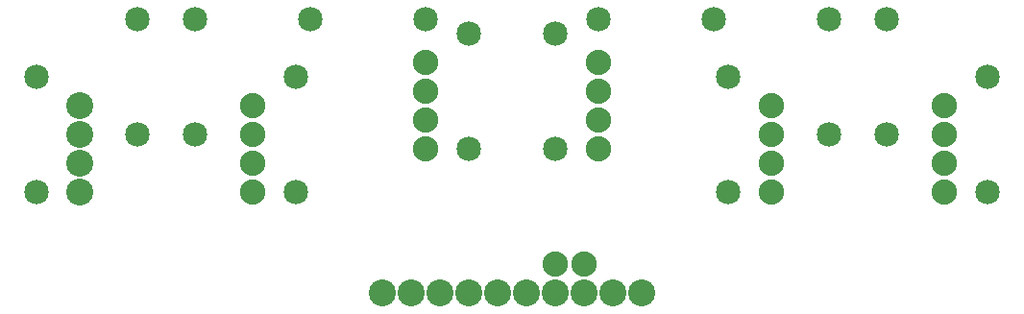
<source format=gbs>
G04 MADE WITH FRITZING*
G04 WWW.FRITZING.ORG*
G04 SINGLE SIDED*
G04 HOLES NOT PLATED*
G04 CONTOUR ON CENTER OF CONTOUR VECTOR*
%ASAXBY*%
%FSLAX23Y23*%
%MOIN*%
%OFA0B0*%
%SFA1.0B1.0*%
%ADD10C,0.093307*%
%ADD11C,0.088000*%
%ADD12C,0.085000*%
%LNMASK0*%
G90*
G70*
G54D10*
X456Y983D03*
X456Y883D03*
X456Y783D03*
X456Y683D03*
X456Y983D03*
X456Y883D03*
X456Y783D03*
X456Y683D03*
G54D11*
X1656Y1133D03*
X1656Y1033D03*
X1656Y933D03*
X1656Y833D03*
X1656Y1133D03*
X1656Y1033D03*
X1656Y933D03*
X1656Y833D03*
X1056Y983D03*
X1056Y883D03*
X1056Y783D03*
X1056Y683D03*
X1056Y983D03*
X1056Y883D03*
X1056Y783D03*
X1056Y683D03*
X2856Y983D03*
X2856Y883D03*
X2856Y783D03*
X2856Y683D03*
X2856Y983D03*
X2856Y883D03*
X2856Y783D03*
X2856Y683D03*
X2256Y1133D03*
X2256Y1033D03*
X2256Y933D03*
X2256Y833D03*
X2256Y1133D03*
X2256Y1033D03*
X2256Y933D03*
X2256Y833D03*
X3456Y983D03*
X3456Y883D03*
X3456Y783D03*
X3456Y683D03*
X3456Y983D03*
X3456Y883D03*
X3456Y783D03*
X3456Y683D03*
G54D12*
X3056Y1283D03*
X3056Y883D03*
X3056Y1283D03*
X3056Y883D03*
X856Y1283D03*
X856Y883D03*
X856Y1283D03*
X856Y883D03*
X656Y1283D03*
X656Y883D03*
X656Y1283D03*
X656Y883D03*
X3256Y1283D03*
X3256Y883D03*
X3256Y1283D03*
X3256Y883D03*
X2656Y1283D03*
X2256Y1283D03*
X2656Y1283D03*
X2256Y1283D03*
X1656Y1283D03*
X1256Y1283D03*
X1656Y1283D03*
X1256Y1283D03*
G54D10*
X1506Y333D03*
X1606Y333D03*
X1706Y333D03*
X1806Y333D03*
X1906Y333D03*
X2006Y333D03*
X2106Y333D03*
X2206Y333D03*
X2306Y333D03*
X2406Y333D03*
X1506Y333D03*
X1606Y333D03*
X1706Y333D03*
X1806Y333D03*
X1906Y333D03*
X2006Y333D03*
X2106Y333D03*
X2206Y333D03*
X2306Y333D03*
X2406Y333D03*
G54D12*
X2706Y683D03*
X2706Y1083D03*
X2706Y683D03*
X2706Y1083D03*
X3606Y683D03*
X3606Y1083D03*
X3606Y683D03*
X3606Y1083D03*
X2106Y833D03*
X2106Y1233D03*
X2106Y833D03*
X2106Y1233D03*
X1806Y833D03*
X1806Y1233D03*
X1806Y833D03*
X1806Y1233D03*
X306Y683D03*
X306Y1083D03*
X306Y683D03*
X306Y1083D03*
X1206Y683D03*
X1206Y1083D03*
X1206Y683D03*
X1206Y1083D03*
G54D11*
X2106Y433D03*
X2206Y433D03*
X2106Y433D03*
X2206Y433D03*
G04 End of Mask0*
M02*
</source>
